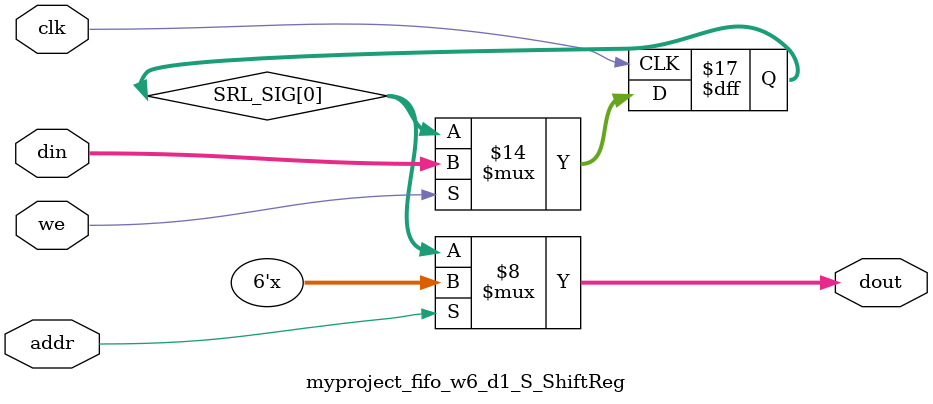
<source format=v>

`timescale 1ns/1ps

module myproject_fifo_w6_d1_S
#(parameter
    MEM_STYLE    = "shiftReg",
    DATA_WIDTH   = 6,
    ADDR_WIDTH   = 1,
    DEPTH        = 1)
(
    // system signal
    input  wire                  clk,
    input  wire                  reset,

    // write
    output wire                  if_full_n,
    input  wire                  if_write_ce,
    input  wire                  if_write,
    input  wire [DATA_WIDTH-1:0] if_din,
    
    // read 
    output wire [ADDR_WIDTH:0]   if_num_data_valid, // for FRP
    output wire [ADDR_WIDTH:0]   if_fifo_cap,       // for FRP

    output wire                  if_empty_n,
    input  wire                  if_read_ce,
    input  wire                  if_read,
    output wire [DATA_WIDTH-1:0] if_dout
);
//------------------------Parameter----------------------
localparam 
    SRL_DEPTH    = DEPTH,
    SRL_AWIDTH   = ADDR_WIDTH;
//------------------------Local signal-------------------
    reg  [SRL_AWIDTH-1:0] addr;
    wire                  push;
    wire                  pop;
    reg  [SRL_AWIDTH:0]   mOutPtr;
    reg                   empty_n = 1'b0;
    reg                   full_n = 1'b1; 

//------------------------Instantiation------------------
    myproject_fifo_w6_d1_S_ShiftReg 
    #(  .DATA_WIDTH (DATA_WIDTH),
        .ADDR_WIDTH (SRL_AWIDTH),
        .DEPTH      (SRL_DEPTH))
    U_myproject_fifo_w6_d1_S_ShiftReg (
        .clk        (clk),
        .we         (push),
        .addr       (addr),
        .din        (if_din),
        .dout       (if_dout)
    );
//------------------------Task and function--------------

//------------------------Body---------------------------
    // num_data_valid 
    assign if_num_data_valid = mOutPtr;
    assign if_fifo_cap       = DEPTH;

    // almost full/empty 

    // program full/empty 

    assign if_full_n  = full_n; 
    assign if_empty_n = empty_n;

    assign push       = full_n & if_write_ce & if_write;
    assign pop        = empty_n & if_read_ce & if_read;

    // addr
    always @(posedge clk) begin
        if (reset)
            addr <= {SRL_AWIDTH{1'b0}};
        else if (push & ~pop && empty_n)
            addr <= addr + 1'b1;
        else if (~push & pop && (mOutPtr != 1))
            addr <= addr - 1'b1;
    end

    // mOutPtr
    always @(posedge clk) begin
        if (reset)
            mOutPtr <= {SRL_AWIDTH+1{1'b0}};
        else if (push & ~pop)
            mOutPtr <= mOutPtr + 1'b1;
        else if (~push & pop)
            mOutPtr <= mOutPtr - 1'b1;
    end

    // full_n
    always @(posedge clk) begin
        if (reset)
            full_n <= 1'b1;
        else if ((push & ~pop) && (mOutPtr == DEPTH - 1))
            full_n <= 1'b0;
        else if (~push & pop)
            full_n <= 1'b1;
    end

    // empty_n
    always @(posedge clk) begin
        if (reset)
            empty_n <= 1'b0;
        else if (push & ~pop)
            empty_n <= 1'b1;
        else if ((~push & pop) && (mOutPtr == 1))
            empty_n <= 1'b0;
    end

    // almost_full_n 

    // almost_empty_n 

    // prog_full_n 
 
    // prog_empty_n 

endmodule  


module myproject_fifo_w6_d1_S_ShiftReg
#(parameter
    DATA_WIDTH  = 6,
    ADDR_WIDTH  = 1,
    DEPTH       = 1)
(
    input  wire                  clk,
    input  wire                  we,
    input  wire [ADDR_WIDTH-1:0] addr,
    input  wire [DATA_WIDTH-1:0] din,
    output wire [DATA_WIDTH-1:0] dout
);

    reg [DATA_WIDTH-1:0] SRL_SIG [0:DEPTH-1];
    integer i;

    always @(posedge clk) begin
        if (we) begin
            for (i=0; i<DEPTH-1; i=i+1)
                SRL_SIG[i+1] <= SRL_SIG[i];
            SRL_SIG[0] <= din;
        end
    end

    assign dout = SRL_SIG[addr];

endmodule
</source>
